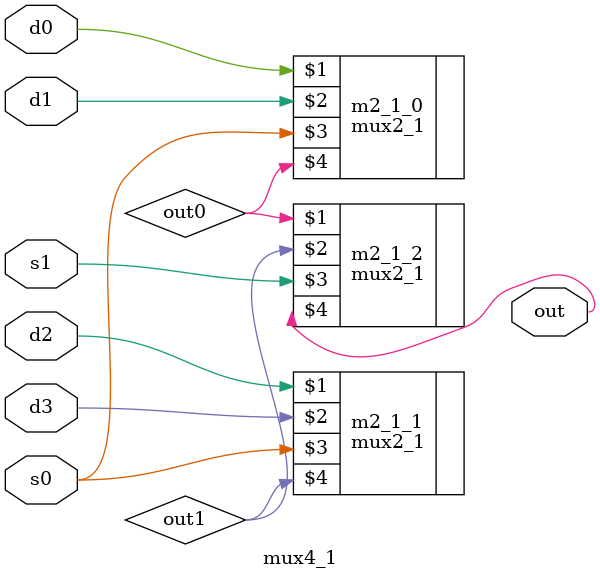
<source format=v>
`timescale 1ns / 1ns


module mux4_1(
        input d0,   // d0 input
        input d1,   // d1 input
        input d2,   // d2 input
        input d3,   // d3 input
        input s0,   // s0 selector bit
        input s1,   // s1 selector bit
        output out  // output
    );
    
    wire out0;
    wire out1;
    
    // 4-1 multiplexor requires 3 2-1 multiplexors
    mux2_1 m2_1_0(d0, d1, s0, out0);    // 2-1 multiplexor
    mux2_1 m2_1_1(d2, d3, s0, out1);    // 2-1 multiplexor
    
    mux2_1 m2_1_2(out0, out1, s1, out); // 2-1 multiplexor
    
endmodule

</source>
